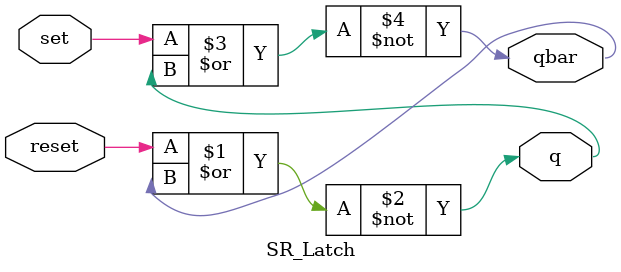
<source format=v>
module SR_Latch(reset, set, q, qbar);
input reset, set;
output q, qbar;

	nor(q, reset, qbar);
	nor(qbar, set, q);

endmodule
</source>
